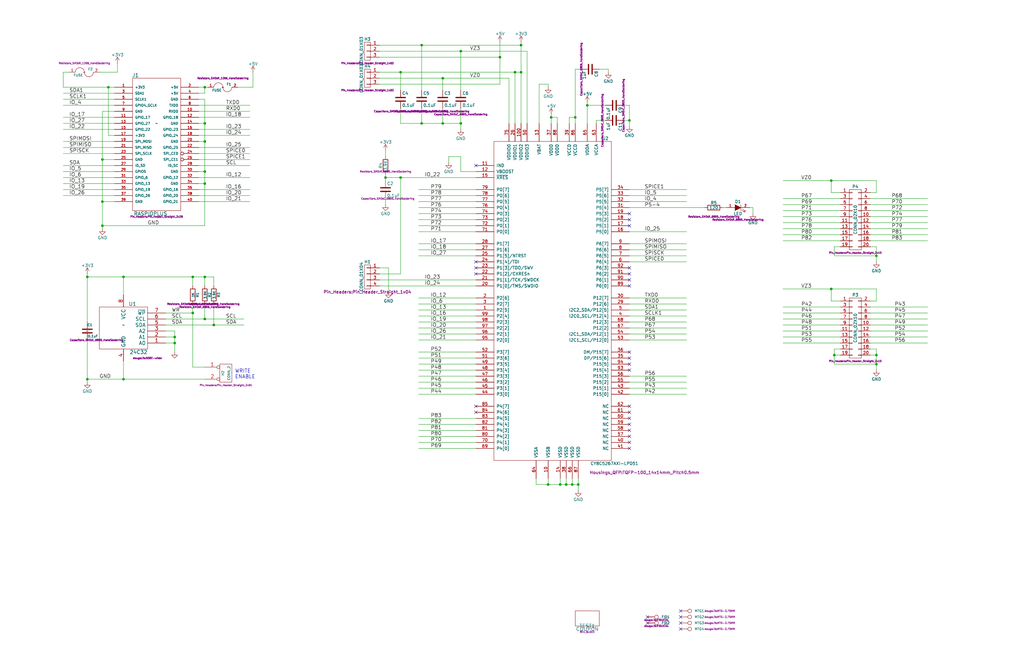
<source format=kicad_sch>
(kicad_sch (version 20211123) (generator eeschema)
  (paper "B")
  (title_block (title "RASPBERRY PI PSOC HAT") (date "2020-01-05") (rev "X2") (company "Land Boards LLC"))
  (junction (at 236.22 204.47))
  (junction (at 86.36 134.62))
  (junction (at 369.57 153.67))
  (junction (at 369.57 149.86))
  (junction (at 162.56 74.93))
  (junction (at 168.91 74.93))
  (junction (at 351.79 149.86))
  (junction (at 242.57 49.53))
  (junction (at 86.36 36.83))
  (junction (at 177.8 19.05))
  (junction (at 219.71 30.48))
  (junction (at 43.18 95.25))
  (junction (at 36.83 116.84))
  (junction (at 369.57 107.95))
  (junction (at 219.71 19.05))
  (junction (at 186.69 52.07))
  (junction (at 81.28 116.84))
  (junction (at 43.18 85.09))
  (junction (at 186.69 33.02))
  (junction (at 194.31 21.59))
  (junction (at 232.41 49.53))
  (junction (at 73.66 144.78))
  (junction (at 86.36 59.69))
  (junction (at 86.36 77.47))
  (junction (at 241.3 204.47))
  (junction (at 86.36 72.39))
  (junction (at 86.36 52.07))
  (junction (at 238.76 204.47))
  (junction (at 45.72 36.83))
  (junction (at 243.84 204.47))
  (junction (at 90.17 137.16))
  (junction (at 36.83 160.02))
  (junction (at 86.36 116.84))
  (junction (at 177.8 52.07))
  (junction (at 81.28 132.08))
  (junction (at 52.07 160.02))
  (junction (at 247.65 44.45))
  (junction (at 73.66 142.24))
  (junction (at 217.17 30.48))
  (junction (at 52.07 116.84))
  (junction (at 265.43 50.8))
  (junction (at 350.52 76.2))
  (junction (at 350.52 121.92))
  (junction (at 168.91 30.48))
  (junction (at 210.82 24.13))
  (junction (at 231.14 204.47))
  (junction (at 194.31 52.07))
  (junction (at 43.18 67.31))
  (no_connect (at 265.43 120.65))
  (no_connect (at 265.43 113.03))
  (no_connect (at 265.43 179.07))
  (no_connect (at 287.02 262.89))
  (no_connect (at 265.43 181.61))
  (no_connect (at 200.66 110.49))
  (no_connect (at 287.02 260.35))
  (no_connect (at 287.02 257.81))
  (no_connect (at 265.43 153.67))
  (no_connect (at 265.43 95.25))
  (no_connect (at 265.43 184.15))
  (no_connect (at 200.66 69.85))
  (no_connect (at 200.66 173.99))
  (no_connect (at 265.43 90.17))
  (no_connect (at 265.43 156.21))
  (no_connect (at 200.66 113.03))
  (no_connect (at 265.43 148.59))
  (no_connect (at 265.43 173.99))
  (no_connect (at 200.66 115.57))
  (no_connect (at 273.05 262.89))
  (no_connect (at 265.43 151.13))
  (no_connect (at 265.43 186.69))
  (no_connect (at 265.43 118.11))
  (no_connect (at 265.43 189.23))
  (no_connect (at 200.66 171.45))
  (no_connect (at 265.43 115.57))
  (no_connect (at 265.43 92.71))
  (no_connect (at 273.05 260.35))
  (no_connect (at 265.43 176.53))
  (no_connect (at 265.43 171.45))
  (no_connect (at 287.02 265.43))
  (wire (pts (xy 36.83 143.51) (xy 36.83 160.02)))
  (wire (pts (xy 83.82 72.39) (xy 86.36 72.39)))
  (wire (pts (xy 369.57 121.92) (xy 350.52 121.92)))
  (wire (pts (xy 247.65 44.45) (xy 247.65 52.07)))
  (wire (pts (xy 252.73 29.21) (xy 256.54 29.21)))
  (wire (pts (xy 83.82 36.83) (xy 86.36 36.83)))
  (wire (pts (xy 236.22 204.47) (xy 238.76 204.47)))
  (wire (pts (xy 265.43 133.35) (xy 289.56 133.35)))
  (wire (pts (xy 255.27 44.45) (xy 247.65 44.45)))
  (wire (pts (xy 242.57 49.53) (xy 242.57 52.07)))
  (wire (pts (xy 105.41 54.61) (xy 83.82 54.61)))
  (wire (pts (xy 43.18 85.09) (xy 43.18 95.25)))
  (wire (pts (xy 176.53 87.63) (xy 200.66 87.63)))
  (wire (pts (xy 219.71 30.48) (xy 219.71 52.07)))
  (wire (pts (xy 176.53 186.69) (xy 200.66 186.69)))
  (wire (pts (xy 354.33 127) (xy 350.52 127)))
  (wire (pts (xy 69.85 139.7) (xy 73.66 139.7)))
  (wire (pts (xy 86.36 116.84) (xy 90.17 116.84)))
  (wire (pts (xy 243.84 204.47) (xy 243.84 207.01)))
  (wire (pts (xy 100.33 36.83) (xy 106.68 36.83)))
  (wire (pts (xy 81.28 154.94) (xy 86.36 154.94)))
  (wire (pts (xy 367.03 99.06) (xy 391.16 99.06)))
  (wire (pts (xy 351.79 153.67) (xy 369.57 153.67)))
  (wire (pts (xy 48.26 82.55) (xy 26.67 82.55)))
  (wire (pts (xy 49.53 30.48) (xy 49.53 26.67)))
  (wire (pts (xy 367.03 86.36) (xy 391.16 86.36)))
  (wire (pts (xy 43.18 67.31) (xy 43.18 85.09)))
  (wire (pts (xy 177.8 19.05) (xy 219.71 19.05)))
  (wire (pts (xy 316.23 87.63) (xy 317.5 87.63)))
  (wire (pts (xy 367.03 142.24) (xy 391.16 142.24)))
  (wire (pts (xy 262.89 44.45) (xy 265.43 44.45)))
  (wire (pts (xy 48.26 44.45) (xy 26.67 44.45)))
  (wire (pts (xy 26.67 36.83) (xy 26.67 30.48)))
  (wire (pts (xy 186.69 33.02) (xy 214.63 33.02)))
  (wire (pts (xy 330.2 99.06) (xy 354.33 99.06)))
  (wire (pts (xy 83.82 52.07) (xy 86.36 52.07)))
  (wire (pts (xy 265.43 44.45) (xy 265.43 50.8)))
  (wire (pts (xy 367.03 147.32) (xy 369.57 147.32)))
  (wire (pts (xy 176.53 143.51) (xy 200.66 143.51)))
  (wire (pts (xy 176.53 163.83) (xy 200.66 163.83)))
  (wire (pts (xy 90.17 128.27) (xy 90.17 137.16)))
  (wire (pts (xy 176.53 153.67) (xy 200.66 153.67)))
  (wire (pts (xy 83.82 39.37) (xy 86.36 39.37)))
  (wire (pts (xy 105.41 44.45) (xy 83.82 44.45)))
  (wire (pts (xy 163.83 113.03) (xy 163.83 123.19)))
  (wire (pts (xy 90.17 137.16) (xy 102.87 137.16)))
  (wire (pts (xy 265.43 82.55) (xy 289.56 82.55)))
  (wire (pts (xy 52.07 160.02) (xy 86.36 160.02)))
  (wire (pts (xy 86.36 41.91) (xy 83.82 41.91)))
  (wire (pts (xy 367.03 139.7) (xy 391.16 139.7)))
  (wire (pts (xy 105.41 85.09) (xy 83.82 85.09)))
  (wire (pts (xy 330.2 86.36) (xy 354.33 86.36)))
  (wire (pts (xy 45.72 57.15) (xy 48.26 57.15)))
  (wire (pts (xy 330.2 134.62) (xy 354.33 134.62)))
  (wire (pts (xy 231.14 204.47) (xy 236.22 204.47)))
  (wire (pts (xy 36.83 116.84) (xy 52.07 116.84)))
  (wire (pts (xy 105.41 49.53) (xy 83.82 49.53)))
  (wire (pts (xy 176.53 166.37) (xy 200.66 166.37)))
  (wire (pts (xy 176.53 189.23) (xy 200.66 189.23)))
  (wire (pts (xy 367.03 104.14) (xy 369.57 104.14)))
  (wire (pts (xy 48.26 69.85) (xy 26.67 69.85)))
  (wire (pts (xy 351.79 149.86) (xy 354.33 149.86)))
  (wire (pts (xy 330.2 83.82) (xy 354.33 83.82)))
  (wire (pts (xy 69.85 144.78) (xy 73.66 144.78)))
  (wire (pts (xy 232.41 49.53) (xy 232.41 52.07)))
  (wire (pts (xy 168.91 45.72) (xy 168.91 52.07)))
  (wire (pts (xy 86.36 95.25) (xy 43.18 95.25)))
  (wire (pts (xy 194.31 52.07) (xy 194.31 54.61)))
  (wire (pts (xy 43.18 67.31) (xy 48.26 67.31)))
  (wire (pts (xy 262.89 50.8) (xy 265.43 50.8)))
  (wire (pts (xy 168.91 115.57) (xy 160.02 115.57)))
  (wire (pts (xy 73.66 142.24) (xy 73.66 144.78)))
  (wire (pts (xy 176.53 151.13) (xy 200.66 151.13)))
  (wire (pts (xy 176.53 138.43) (xy 200.66 138.43)))
  (wire (pts (xy 369.57 149.86) (xy 369.57 153.67)))
  (wire (pts (xy 176.53 135.89) (xy 200.66 135.89)))
  (wire (pts (xy 176.53 125.73) (xy 200.66 125.73)))
  (wire (pts (xy 48.26 59.69) (xy 26.67 59.69)))
  (wire (pts (xy 176.53 158.75) (xy 200.66 158.75)))
  (wire (pts (xy 48.26 80.01) (xy 26.67 80.01)))
  (wire (pts (xy 210.82 17.78) (xy 210.82 24.13)))
  (wire (pts (xy 242.57 29.21) (xy 245.11 29.21)))
  (wire (pts (xy 350.52 81.28) (xy 354.33 81.28)))
  (wire (pts (xy 232.41 48.26) (xy 232.41 49.53)))
  (wire (pts (xy 69.85 132.08) (xy 81.28 132.08)))
  (wire (pts (xy 105.41 64.77) (xy 83.82 64.77)))
  (wire (pts (xy 265.43 128.27) (xy 289.56 128.27)))
  (wire (pts (xy 330.2 129.54) (xy 354.33 129.54)))
  (wire (pts (xy 176.53 161.29) (xy 200.66 161.29)))
  (wire (pts (xy 162.56 73.66) (xy 162.56 74.93)))
  (wire (pts (xy 162.56 66.04) (xy 162.56 63.5)))
  (wire (pts (xy 367.03 137.16) (xy 391.16 137.16)))
  (wire (pts (xy 238.76 201.93) (xy 238.76 204.47)))
  (wire (pts (xy 45.72 36.83) (xy 45.72 57.15)))
  (wire (pts (xy 48.26 49.53) (xy 26.67 49.53)))
  (wire (pts (xy 176.53 176.53) (xy 200.66 176.53)))
  (wire (pts (xy 90.17 116.84) (xy 90.17 120.65)))
  (wire (pts (xy 189.23 66.04) (xy 189.23 68.58)))
  (wire (pts (xy 241.3 204.47) (xy 243.84 204.47)))
  (wire (pts (xy 177.8 45.72) (xy 177.8 52.07)))
  (wire (pts (xy 48.26 64.77) (xy 26.67 64.77)))
  (wire (pts (xy 160.02 118.11) (xy 200.66 118.11)))
  (wire (pts (xy 236.22 204.47) (xy 236.22 201.93)))
  (wire (pts (xy 351.79 107.95) (xy 369.57 107.95)))
  (wire (pts (xy 265.43 143.51) (xy 289.56 143.51)))
  (wire (pts (xy 194.31 45.72) (xy 194.31 52.07)))
  (wire (pts (xy 350.52 127) (xy 350.52 121.92)))
  (wire (pts (xy 186.69 38.1) (xy 186.69 33.02)))
  (wire (pts (xy 81.28 128.27) (xy 81.28 132.08)))
  (wire (pts (xy 73.66 139.7) (xy 73.66 142.24)))
  (wire (pts (xy 69.85 137.16) (xy 90.17 137.16)))
  (wire (pts (xy 241.3 201.93) (xy 241.3 204.47)))
  (wire (pts (xy 160.02 21.59) (xy 194.31 21.59)))
  (wire (pts (xy 219.71 30.48) (xy 217.17 30.48)))
  (wire (pts (xy 369.57 147.32) (xy 369.57 149.86)))
  (wire (pts (xy 176.53 80.01) (xy 200.66 80.01)))
  (wire (pts (xy 330.2 142.24) (xy 354.33 142.24)))
  (wire (pts (xy 48.26 39.37) (xy 26.67 39.37)))
  (wire (pts (xy 317.5 87.63) (xy 317.5 90.17)))
  (wire (pts (xy 265.43 125.73) (xy 289.56 125.73)))
  (wire (pts (xy 367.03 127) (xy 369.57 127)))
  (wire (pts (xy 217.17 30.48) (xy 168.91 30.48)))
  (wire (pts (xy 48.26 62.23) (xy 26.67 62.23)))
  (wire (pts (xy 43.18 95.25) (xy 43.18 96.52)))
  (wire (pts (xy 354.33 147.32) (xy 351.79 147.32)))
  (wire (pts (xy 330.2 96.52) (xy 354.33 96.52)))
  (wire (pts (xy 177.8 38.1) (xy 177.8 19.05)))
  (wire (pts (xy 86.36 72.39) (xy 86.36 77.47)))
  (wire (pts (xy 194.31 72.39) (xy 200.66 72.39)))
  (wire (pts (xy 176.53 140.97) (xy 200.66 140.97)))
  (wire (pts (xy 231.14 35.56) (xy 231.14 36.83)))
  (wire (pts (xy 36.83 116.84) (xy 36.83 135.89)))
  (wire (pts (xy 86.36 116.84) (xy 86.36 120.65)))
  (wire (pts (xy 26.67 30.48) (xy 29.21 30.48)))
  (wire (pts (xy 240.03 49.53) (xy 242.57 49.53)))
  (wire (pts (xy 265.43 50.8) (xy 265.43 53.34)))
  (wire (pts (xy 81.28 116.84) (xy 86.36 116.84)))
  (wire (pts (xy 369.57 127) (xy 369.57 121.92)))
  (wire (pts (xy 176.53 92.71) (xy 200.66 92.71)))
  (wire (pts (xy 176.53 97.79) (xy 200.66 97.79)))
  (wire (pts (xy 200.66 120.65) (xy 160.02 120.65)))
  (wire (pts (xy 330.2 76.2) (xy 350.52 76.2)))
  (wire (pts (xy 105.41 82.55) (xy 83.82 82.55)))
  (wire (pts (xy 369.57 104.14) (xy 369.57 107.95)))
  (wire (pts (xy 168.91 74.93) (xy 168.91 115.57)))
  (wire (pts (xy 160.02 24.13) (xy 210.82 24.13)))
  (wire (pts (xy 52.07 116.84) (xy 81.28 116.84)))
  (wire (pts (xy 217.17 30.48) (xy 217.17 52.07)))
  (wire (pts (xy 168.91 38.1) (xy 168.91 30.48)))
  (wire (pts (xy 176.53 130.81) (xy 200.66 130.81)))
  (wire (pts (xy 168.91 30.48) (xy 160.02 30.48)))
  (wire (pts (xy 351.79 149.86) (xy 351.79 153.67)))
  (wire (pts (xy 367.03 134.62) (xy 391.16 134.62)))
  (wire (pts (xy 227.33 52.07) (xy 227.33 35.56)))
  (wire (pts (xy 86.36 128.27) (xy 86.36 134.62)))
  (wire (pts (xy 227.33 35.56) (xy 231.14 35.56)))
  (wire (pts (xy 304.8 87.63) (xy 306.07 87.63)))
  (wire (pts (xy 48.26 77.47) (xy 26.67 77.47)))
  (wire (pts (xy 210.82 24.13) (xy 210.82 35.56)))
  (wire (pts (xy 350.52 81.28) (xy 350.52 76.2)))
  (wire (pts (xy 265.43 80.01) (xy 289.56 80.01)))
  (wire (pts (xy 251.46 50.8) (xy 255.27 50.8)))
  (wire (pts (xy 45.72 36.83) (xy 48.26 36.83)))
  (wire (pts (xy 210.82 35.56) (xy 160.02 35.56)))
  (wire (pts (xy 83.82 69.85) (xy 105.41 69.85)))
  (wire (pts (xy 234.95 52.07) (xy 234.95 49.53)))
  (wire (pts (xy 86.36 59.69) (xy 86.36 72.39)))
  (wire (pts (xy 367.03 132.08) (xy 391.16 132.08)))
  (wire (pts (xy 86.36 39.37) (xy 86.36 36.83)))
  (wire (pts (xy 52.07 116.84) (xy 52.07 124.46)))
  (wire (pts (xy 367.03 129.54) (xy 391.16 129.54)))
  (wire (pts (xy 86.36 41.91) (xy 86.36 52.07)))
  (wire (pts (xy 350.52 76.2) (xy 369.57 76.2)))
  (wire (pts (xy 367.03 96.52) (xy 391.16 96.52)))
  (wire (pts (xy 194.31 66.04) (xy 189.23 66.04)))
  (wire (pts (xy 265.43 140.97) (xy 289.56 140.97)))
  (wire (pts (xy 86.36 134.62) (xy 102.87 134.62)))
  (wire (pts (xy 48.26 52.07) (xy 26.67 52.07)))
  (wire (pts (xy 265.43 163.83) (xy 289.56 163.83)))
  (wire (pts (xy 69.85 134.62) (xy 86.36 134.62)))
  (wire (pts (xy 176.53 82.55) (xy 200.66 82.55)))
  (wire (pts (xy 234.95 49.53) (xy 232.41 49.53)))
  (wire (pts (xy 289.56 105.41) (xy 265.43 105.41)))
  (wire (pts (xy 160.02 33.02) (xy 186.69 33.02)))
  (wire (pts (xy 176.53 105.41) (xy 200.66 105.41)))
  (wire (pts (xy 231.14 201.93) (xy 231.14 204.47)))
  (wire (pts (xy 265.43 87.63) (xy 297.18 87.63)))
  (wire (pts (xy 105.41 74.93) (xy 83.82 74.93)))
  (wire (pts (xy 367.03 91.44) (xy 391.16 91.44)))
  (wire (pts (xy 160.02 19.05) (xy 177.8 19.05)))
  (wire (pts (xy 86.36 52.07) (xy 86.36 59.69)))
  (wire (pts (xy 247.65 43.18) (xy 247.65 44.45)))
  (wire (pts (xy 86.36 77.47) (xy 86.36 95.25)))
  (wire (pts (xy 265.43 97.79) (xy 289.56 97.79)))
  (wire (pts (xy 265.43 85.09) (xy 289.56 85.09)))
  (wire (pts (xy 106.68 36.83) (xy 106.68 30.48)))
  (wire (pts (xy 369.57 153.67) (xy 369.57 156.21)))
  (wire (pts (xy 369.57 107.95) (xy 369.57 110.49)))
  (wire (pts (xy 41.91 30.48) (xy 49.53 30.48)))
  (wire (pts (xy 36.83 115.57) (xy 36.83 116.84)))
  (wire (pts (xy 81.28 132.08) (xy 81.28 154.94)))
  (wire (pts (xy 219.71 19.05) (xy 219.71 30.48)))
  (wire (pts (xy 330.2 144.78) (xy 354.33 144.78)))
  (wire (pts (xy 52.07 152.4) (xy 52.07 160.02)))
  (wire (pts (xy 243.84 201.93) (xy 243.84 204.47)))
  (wire (pts (xy 251.46 52.07) (xy 251.46 50.8)))
  (wire (pts (xy 226.06 204.47) (xy 231.14 204.47)))
  (wire (pts (xy 226.06 204.47) (xy 226.06 201.93)))
  (wire (pts (xy 105.41 80.01) (xy 83.82 80.01)))
  (wire (pts (xy 330.2 93.98) (xy 354.33 93.98)))
  (wire (pts (xy 367.03 149.86) (xy 369.57 149.86)))
  (wire (pts (xy 48.26 74.93) (xy 26.67 74.93)))
  (wire (pts (xy 105.41 62.23) (xy 83.82 62.23)))
  (wire (pts (xy 194.31 72.39) (xy 194.31 66.04)))
  (wire (pts (xy 176.53 156.21) (xy 200.66 156.21)))
  (wire (pts (xy 186.69 52.07) (xy 194.31 52.07)))
  (wire (pts (xy 176.53 148.59) (xy 200.66 148.59)))
  (wire (pts (xy 48.26 46.99) (xy 43.18 46.99)))
  (wire (pts (xy 240.03 52.07) (xy 240.03 49.53)))
  (wire (pts (xy 48.26 54.61) (xy 26.67 54.61)))
  (wire (pts (xy 367.03 88.9) (xy 391.16 88.9)))
  (wire (pts (xy 176.53 179.07) (xy 200.66 179.07)))
  (wire (pts (xy 160.02 113.03) (xy 163.83 113.03)))
  (wire (pts (xy 214.63 33.02) (xy 214.63 52.07)))
  (wire (pts (xy 105.41 57.15) (xy 83.82 57.15)))
  (wire (pts (xy 105.41 46.99) (xy 83.82 46.99)))
  (wire (pts (xy 162.56 83.82) (xy 162.56 86.36)))
  (wire (pts (xy 162.56 74.93) (xy 168.91 74.93)))
  (wire (pts (xy 265.43 102.87) (xy 289.56 102.87)))
  (wire (pts (xy 369.57 76.2) (xy 369.57 81.28)))
  (wire (pts (xy 194.31 21.59) (xy 222.25 21.59)))
  (wire (pts (xy 186.69 52.07) (xy 186.69 45.72)))
  (wire (pts (xy 176.53 90.17) (xy 200.66 90.17)))
  (wire (pts (xy 222.25 21.59) (xy 222.25 52.07)))
  (wire (pts (xy 176.53 184.15) (xy 200.66 184.15)))
  (wire (pts (xy 265.43 166.37) (xy 289.56 166.37)))
  (wire (pts (xy 176.53 128.27) (xy 200.66 128.27)))
  (wire (pts (xy 330.2 139.7) (xy 354.33 139.7)))
  (wire (pts (xy 81.28 116.84) (xy 81.28 120.65)))
  (wire (pts (xy 176.53 107.95) (xy 200.66 107.95)))
  (wire (pts (xy 265.43 161.29) (xy 289.56 161.29)))
  (wire (pts (xy 289.56 107.95) (xy 265.43 107.95)))
  (wire (pts (xy 367.03 93.98) (xy 391.16 93.98)))
  (wire (pts (xy 69.85 142.24) (xy 73.66 142.24)))
  (wire (pts (xy 36.83 160.02) (xy 36.83 161.29)))
  (wire (pts (xy 168.91 52.07) (xy 177.8 52.07)))
  (wire (pts (xy 176.53 181.61) (xy 200.66 181.61)))
  (wire (pts (xy 86.36 36.83) (xy 87.63 36.83)))
  (wire (pts (xy 330.2 137.16) (xy 354.33 137.16)))
  (wire (pts (xy 176.53 133.35) (xy 200.66 133.35)))
  (wire (pts (xy 168.91 74.93) (xy 200.66 74.93)))
  (wire (pts (xy 369.57 81.28) (xy 367.03 81.28)))
  (wire (pts (xy 242.57 29.21) (xy 242.57 49.53)))
  (wire (pts (xy 105.41 67.31) (xy 83.82 67.31)))
  (wire (pts (xy 48.26 41.91) (xy 26.67 41.91)))
  (wire (pts (xy 176.53 85.09) (xy 200.66 85.09)))
  (wire (pts (xy 351.79 147.32) (xy 351.79 149.86)))
  (wire (pts (xy 265.43 135.89) (xy 289.56 135.89)))
  (wire (pts (xy 367.03 101.6) (xy 391.16 101.6)))
  (wire (pts (xy 48.26 72.39) (xy 26.67 72.39)))
  (wire (pts (xy 48.26 85.09) (xy 43.18 85.09)))
  (wire (pts (xy 238.76 204.47) (xy 241.3 204.47)))
  (wire (pts (xy 83.82 59.69) (xy 86.36 59.69)))
  (wire (pts (xy 367.03 144.78) (xy 391.16 144.78)))
  (wire (pts (xy 265.43 110.49) (xy 289.56 110.49)))
  (wire (pts (xy 176.53 102.87) (xy 200.66 102.87)))
  (wire (pts (xy 83.82 77.47) (xy 86.36 77.47)))
  (wire (pts (xy 330.2 101.6) (xy 354.33 101.6)))
  (wire (pts (xy 350.52 121.92) (xy 330.2 121.92)))
  (wire (pts (xy 265.43 130.81) (xy 289.56 130.81)))
  (wire (pts (xy 351.79 104.14) (xy 351.79 107.95)))
  (wire (pts (xy 36.83 160.02) (xy 52.07 160.02)))
  (wire (pts (xy 351.79 104.14) (xy 354.33 104.14)))
  (wire (pts (xy 330.2 88.9) (xy 354.33 88.9)))
  (wire (pts (xy 176.53 95.25) (xy 200.66 95.25)))
  (wire (pts (xy 177.8 52.07) (xy 186.69 52.07)))
  (wire (pts (xy 43.18 46.99) (xy 43.18 67.31)))
  (wire (pts (xy 330.2 91.44) (xy 354.33 91.44)))
  (wire (pts (xy 265.43 158.75) (xy 289.56 158.75)))
  (wire (pts (xy 256.54 29.21) (xy 256.54 30.48)))
  (wire (pts (xy 194.31 38.1) (xy 194.31 21.59)))
  (wire (pts (xy 26.67 36.83) (xy 45.72 36.83)))
  (wire (pts (xy 162.56 74.93) (xy 162.56 76.2)))
  (wire (pts (xy 265.43 138.43) (xy 289.56 138.43)))
  (wire (pts (xy 367.03 83.82) (xy 391.16 83.82)))
  (wire (pts (xy 73.66 144.78) (xy 73.66 148.59)))
  (wire (pts (xy 330.2 132.08) (xy 354.33 132.08)))
  (wire (pts (xy 219.71 17.78) (xy 219.71 19.05)))
  (text "WRITE\nENABLE" (at 99.06 160.02 0) (effects (font (size 1.524 1.524)) (justify left bottom)))
  (label "P76" (at 337.82 93.98 0) (effects (font (size 1.524 1.524))))
  (label "SPICE0" (at 271.78 110.49 0) (effects (font (size 1.524 1.524))))
  (label "P52" (at 377.19 139.7 0) (effects (font (size 1.524 1.524))))
  (label "SPIMOSI" (at 271.78 102.87 0) (effects (font (size 1.524 1.524))))
  (label "RXD0" (at 271.78 128.27 0) (effects (font (size 1.524 1.524))))
  (label "IO_27" (at 29.21 52.07 0) (effects (font (size 1.524 1.524))))
  (label "P67" (at 337.82 83.82 0) (effects (font (size 1.524 1.524))))
  (label "SCL" (at 95.25 69.85 0) (effects (font (size 1.524 1.524))))
  (label "P42" (at 337.82 129.54 0) (effects (font (size 1.524 1.524))))
  (label "IO_19" (at 181.61 135.89 0) (effects (font (size 1.524 1.524))))
  (label "P56" (at 271.78 158.75 0) (effects (font (size 1.524 1.524))))
  (label "P45" (at 181.61 163.83 0) (effects (font (size 1.524 1.524))))
  (label "P72" (at 375.92 88.9 0) (effects (font (size 1.524 1.524))))
  (label "SPICE0" (at 95.25 64.77 0) (effects (font (size 1.524 1.524))))
  (label "IO_5" (at 29.21 72.39 0) (effects (font (size 1.524 1.524))))
  (label "IO_16" (at 181.61 133.35 0) (effects (font (size 1.524 1.524))))
  (label "P44" (at 181.61 166.37 0) (effects (font (size 1.524 1.524))))
  (label "P54" (at 271.78 140.97 0) (effects (font (size 1.524 1.524))))
  (label "P46" (at 337.82 134.62 0) (effects (font (size 1.524 1.524))))
  (label "P71" (at 337.82 88.9 0) (effects (font (size 1.524 1.524))))
  (label "SCLK1" (at 271.78 133.35 0) (effects (font (size 1.524 1.524))))
  (label "VZ3" (at 337.82 121.92 0) (effects (font (size 1.524 1.524))))
  (label "P81" (at 375.92 99.06 0) (effects (font (size 1.524 1.524))))
  (label "IO_13" (at 29.21 77.47 0) (effects (font (size 1.524 1.524))))
  (label "VZ3" (at 198.12 21.59 0) (effects (font (size 1.524 1.524))))
  (label "P46" (at 181.61 161.29 0) (effects (font (size 1.524 1.524))))
  (label "WR" (at 72.39 132.08 0) (effects (font (size 1.524 1.524))))
  (label "P69" (at 337.82 86.36 0) (effects (font (size 1.524 1.524))))
  (label "P73" (at 337.82 91.44 0) (effects (font (size 1.524 1.524))))
  (label "IO_24" (at 179.07 120.65 0) (effects (font (size 1.524 1.524))))
  (label "IO_23" (at 179.07 118.11 0) (effects (font (size 1.524 1.524))))
  (label "SDA" (at 29.21 69.85 0) (effects (font (size 1.524 1.524))))
  (label "IO_22" (at 29.21 54.61 0) (effects (font (size 1.524 1.524))))
  (label "P44" (at 337.82 132.08 0) (effects (font (size 1.524 1.524))))
  (label "P53" (at 271.78 143.51 0) (effects (font (size 1.524 1.524))))
  (label "P77" (at 181.61 85.09 0) (effects (font (size 1.524 1.524))))
  (label "IO_17" (at 29.21 49.53 0) (effects (font (size 1.524 1.524))))
  (label "IO_6" (at 29.21 74.93 0) (effects (font (size 1.524 1.524))))
  (label "IO_12" (at 95.25 74.93 0) (effects (font (size 1.524 1.524))))
  (label "IO_13" (at 181.61 130.81 0) (effects (font (size 1.524 1.524))))
  (label "SPIMOSI" (at 29.21 59.69 0) (effects (font (size 1.524 1.524))))
  (label "P79" (at 181.61 80.01 0) (effects (font (size 1.524 1.524))))
  (label "SCL" (at 95.25 134.62 0) (effects (font (size 1.524 1.524))))
  (label "GND" (at 62.23 95.25 0) (effects (font (size 1.524 1.524))))
  (label "P79" (at 375.92 96.52 0) (effects (font (size 1.524 1.524))))
  (label "P43" (at 377.19 129.54 0) (effects (font (size 1.524 1.524))))
  (label "SDA1" (at 271.78 130.81 0) (effects (font (size 1.524 1.524))))
  (label "IO_19" (at 29.21 80.01 0) (effects (font (size 1.524 1.524))))
  (label "SPICE1" (at 271.78 80.01 0) (effects (font (size 1.524 1.524))))
  (label "TXD0" (at 95.25 44.45 0) (effects (font (size 1.524 1.524))))
  (label "P71" (at 181.61 97.79 0) (effects (font (size 1.524 1.524))))
  (label "IO_20" (at 95.25 82.55 0) (effects (font (size 1.524 1.524))))
  (label "P72" (at 181.61 95.25 0) (effects (font (size 1.524 1.524))))
  (label "P67" (at 271.78 138.43 0) (effects (font (size 1.524 1.524))))
  (label "P47" (at 377.19 134.62 0) (effects (font (size 1.524 1.524))))
  (label "IO_18" (at 95.25 49.53 0) (effects (font (size 1.524 1.524))))
  (label "P77" (at 375.92 93.98 0) (effects (font (size 1.524 1.524))))
  (label "P68" (at 375.92 83.82 0) (effects (font (size 1.524 1.524))))
  (label "P83" (at 375.92 101.6 0) (effects (font (size 1.524 1.524))))
  (label "P55" (at 337.82 144.78 0) (effects (font (size 1.524 1.524))))
  (label "IO_24" (at 95.25 57.15 0) (effects (font (size 1.524 1.524))))
  (label "P49" (at 377.19 137.16 0) (effects (font (size 1.524 1.524))))
  (label "P42" (at 271.78 166.37 0) (effects (font (size 1.524 1.524))))
  (label "GND" (at 41.91 160.02 0) (effects (font (size 1.524 1.524))))
  (label "SPISCK" (at 29.21 64.77 0) (effects (font (size 1.524 1.524))))
  (label "P47" (at 181.61 158.75 0) (effects (font (size 1.524 1.524))))
  (label "P76" (at 181.61 87.63 0) (effects (font (size 1.524 1.524))))
  (label "IO_4" (at 29.21 44.45 0) (effects (font (size 1.524 1.524))))
  (label "P74" (at 181.61 90.17 0) (effects (font (size 1.524 1.524))))
  (label "SPISCK" (at 271.78 107.95 0) (effects (font (size 1.524 1.524))))
  (label "IO_17" (at 181.61 102.87 0) (effects (font (size 1.524 1.524))))
  (label "SDA" (at 95.25 137.16 0) (effects (font (size 1.524 1.524))))
  (label "IO_20" (at 181.61 138.43 0) (effects (font (size 1.524 1.524))))
  (label "P69" (at 181.61 189.23 0) (effects (font (size 1.524 1.524))))
  (label "P80" (at 337.82 99.06 0) (effects (font (size 1.524 1.524))))
  (label "P56" (at 377.19 144.78 0) (effects (font (size 1.524 1.524))))
  (label "SCLK1" (at 29.21 41.91 0) (effects (font (size 1.524 1.524))))
  (label "IO_22" (at 179.07 74.93 0) (effects (font (size 1.524 1.524))))
  (label "IO_4" (at 271.78 85.09 0) (effects (font (size 1.524 1.524))))
  (label "IO_12" (at 181.61 125.73 0) (effects (font (size 1.524 1.524))))
  (label "SPICE1" (at 95.25 67.31 0) (effects (font (size 1.524 1.524))))
  (label "TXD0" (at 271.78 125.73 0) (effects (font (size 1.524 1.524))))
  (label "P5-4" (at 271.78 87.63 0) (effects (font (size 1.524 1.524))))
  (label "P82" (at 181.61 179.07 0) (effects (font (size 1.524 1.524))))
  (label "P48" (at 337.82 137.16 0) (effects (font (size 1.524 1.524))))
  (label "P53" (at 337.82 142.24 0) (effects (font (size 1.524 1.524))))
  (label "IO_27" (at 181.61 107.95 0) (effects (font (size 1.524 1.524))))
  (label "P81" (at 181.61 181.61 0) (effects (font (size 1.524 1.524))))
  (label "P51" (at 337.82 139.7 0) (effects (font (size 1.524 1.524))))
  (label "SDA1" (at 29.21 39.37 0) (effects (font (size 1.524 1.524))))
  (label "IO_16" (at 95.25 80.01 0) (effects (font (size 1.524 1.524))))
  (label "P70" (at 375.92 86.36 0) (effects (font (size 1.524 1.524))))
  (label "SPIMISO" (at 29.21 62.23 0) (effects (font (size 1.524 1.524))))
  (label "P51" (at 181.61 151.13 0) (effects (font (size 1.524 1.524))))
  (label "P54" (at 377.19 142.24 0) (effects (font (size 1.524 1.524))))
  (label "SPIMISO" (at 271.78 105.41 0) (effects (font (size 1.524 1.524))))
  (label "IO_26" (at 29.21 82.55 0) (effects (font (size 1.524 1.524))))
  (label "IO_25" (at 271.78 97.79 0) (effects (font (size 1.524 1.524))))
  (label "SCL" (at 72.39 134.62 0) (effects (font (size 1.524 1.524))))
  (label "P55" (at 271.78 161.29 0) (effects (font (size 1.524 1.524))))
  (label "RXD0" (at 95.25 46.99 0) (effects (font (size 1.524 1.524))))
  (label "P73" (at 181.61 92.71 0) (effects (font (size 1.524 1.524))))
  (label "P80" (at 181.61 184.15 0) (effects (font (size 1.524 1.524))))
  (label "IO_18" (at 181.61 105.41 0) (effects (font (size 1.524 1.524))))
  (label "IO_23" (at 95.25 54.61 0) (effects (font (size 1.524 1.524))))
  (label "IO_21" (at 95.25 85.09 0) (effects (font (size 1.524 1.524))))
  (label "IO_5" (at 271.78 82.55 0) (effects (font (size 1.524 1.524))))
  (label "IO_26" (at 181.61 140.97 0) (effects (font (size 1.524 1.524))))
  (label "IO_21" (at 181.61 143.51 0) (effects (font (size 1.524 1.524))))
  (label "P45" (at 377.19 132.08 0) (effects (font (size 1.524 1.524))))
  (label "P78" (at 337.82 96.52 0) (effects (font (size 1.524 1.524))))
  (label "P43" (at 271.78 163.83 0) (effects (font (size 1.524 1.524))))
  (label "P83" (at 181.61 176.53 0) (effects (font (size 1.524 1.524))))
  (label "VZ0" (at 198.12 33.02 0) (effects (font (size 1.524 1.524))))
  (label "P70" (at 181.61 186.69 0) (effects (font (size 1.524 1.524))))
  (label "IO_25" (at 95.25 62.23 0) (effects (font (size 1.524 1.524))))
  (label "SDA" (at 72.39 137.16 0) (effects (font (size 1.524 1.524))))
  (label "P48" (at 181.61 156.21 0) (effects (font (size 1.524 1.524))))
  (label "P68" (at 271.78 135.89 0) (effects (font (size 1.524 1.524))))
  (label "P49" (at 181.61 153.67 0) (effects (font (size 1.524 1.524))))
  (label "P52" (at 181.61 148.59 0) (effects (font (size 1.524 1.524))))
  (label "VZ0" (at 337.82 76.2 0) (effects (font (size 1.524 1.524))))
  (label "IO_6" (at 181.61 128.27 0) (effects (font (size 1.524 1.524))))
  (label "P78" (at 181.61 82.55 0) (effects (font (size 1.524 1.524))))
  (label "P74" (at 375.92 91.44 0) (effects (font (size 1.524 1.524))))
  (label "P82" (at 337.82 101.6 0) (effects (font (size 1.524 1.524))))
  (symbol (lib_id "RPPSOC-rescue:FUSE") (at 35.56 30.48 0) (unit 1)
    (property "Reference" "F2" (at 38.1 29.21 0) (effects (font (size 1.016 1.016))))
    (property "Value" "FUSE" (at 33.02 31.75 0) (effects (font (size 1.016 1.016))))
    (property "Footprint" "Resistors_SMD:R_1206_HandSoldering" (at 35.56 26.67 0) (effects (font (size 0.762 0.762))))
    (property "Datasheet" "~" (at 35.56 30.48 0) (effects (font (size 1.524 1.524))))
  )
  (symbol (lib_id "RPPSOC-rescue:COUPON") (at 247.65 264.16 0) (unit 1)
    (property "Reference" "TEST1" (at 247.65 264.16 0) (effects (font (size 1.524 1.524))))
    (property "Value" "COUPON" (at 247.65 265.43 0) (effects (font (size 1.524 1.524))))
    (property "Footprint" "REV_BLOCK" (at 247.65 266.7 0) (effects (font (size 0.762 0.762))))
    (property "Datasheet" "~" (at 247.65 264.16 0) (effects (font (size 1.524 1.524))))
  )
  (symbol (lib_id "RPPSOC-rescue:RASPIOPLUS") (at 66.04 60.96 0) (unit 1)
    (property "Reference" "J1" (at 57.15 31.75 0) (effects (font (size 1.524 1.524))))
    (property "Value" "RASPIOPLUS" (at 63.5 90.17 0) (effects (font (size 1.524 1.524))))
    (property "Footprint" "Pin_Headers:Pin_Header_Straight_2x20" (at 66.04 91.44 0) (effects (font (size 0.762 0.762))))
    (property "Datasheet" "~" (at 66.04 52.07 0) (effects (font (size 1.524 1.524))))
  )
  (symbol (lib_id "RPPSOC-rescue:CONN_1") (at 290.83 265.43 0) (unit 1)
    (property "Reference" "MTG4" (at 292.862 265.43 0) (effects (font (size 1.016 1.016)) (justify left)))
    (property "Value" "CONN_1" (effects hide))
    (property "Footprint" "dougsLib:MTG-2.75MM" (at 303.53 265.43 0) (effects (font (size 0.762 0.762))))
  )
  (symbol (lib_id "RPPSOC-rescue:CONN_1") (at 290.83 262.89 0) (unit 1)
    (property "Reference" "MTG3" (at 292.862 262.89 0) (effects (font (size 1.016 1.016)) (justify left)))
    (property "Value" "CONN_1" (effects hide))
    (property "Footprint" "dougsLib:MTG-2.75MM" (at 303.53 262.89 0) (effects (font (size 0.762 0.762))))
  )
  (symbol (lib_id "RPPSOC-rescue:CONN_1") (at 290.83 260.35 0) (unit 1)
    (property "Reference" "MTG2" (at 292.862 260.35 0) (effects (font (size 1.016 1.016)) (justify left)))
    (property "Value" "CONN_1" (effects hide))
    (property "Footprint" "dougsLib:MTG-2.75MM" (at 303.53 260.35 0) (effects (font (size 0.762 0.762))))
  )
  (symbol (lib_id "RPPSOC-rescue:CONN_1") (at 290.83 257.81 0) (unit 1)
    (property "Reference" "MTG1" (at 292.862 257.81 0) (effects (font (size 1.016 1.016)) (justify left)))
    (property "Value" "CONN_1" (effects hide))
    (property "Footprint" "dougsLib:MTG-2.75MM" (at 303.53 257.81 0) (effects (font (size 0.762 0.762))))
  )
  (symbol (lib_id "Device:R") (at 81.28 124.46 0) (unit 1)
    (property "Reference" "R1" (at 83.312 124.46 90) (effects (font (size 1.016 1.016))))
    (property "Value" "1K" (at 81.4578 124.4346 90) (effects (font (size 1.016 1.016))))
    (property "Footprint" "Resistors_SMD:R_0805_HandSoldering" (at 81.28 128.27 0) (effects (font (size 0.762 0.762))))
    (property "Datasheet" "~" (at 81.28 124.46 0) (effects (font (size 0.762 0.762))))
  )
  (symbol (lib_id "RPPSOC-rescue:24C512") (at 52.07 137.16 0) (unit 1)
    (property "Reference" "U1" (at 55.88 128.27 0) (effects (font (size 1.524 1.524))))
    (property "Value" "24C32" (at 58.42 148.59 0) (effects (font (size 1.524 1.524))))
    (property "Footprint" "dougsLib:SO8E-wider" (at 62.23 151.13 0) (effects (font (size 0.762 0.762))))
    (property "Datasheet" "~" (at 52.07 137.16 0) (effects (font (size 1.524 1.524))))
  )
  (symbol (lib_id "RPPSOC-rescue:FUSE") (at 93.98 36.83 0) (unit 1)
    (property "Reference" "F1" (at 96.52 35.56 0) (effects (font (size 1.016 1.016))))
    (property "Value" "FUSE" (at 91.44 38.1 0) (effects (font (size 1.016 1.016))))
    (property "Footprint" "Resistors_SMD:R_1206_HandSoldering" (at 93.98 33.02 0) (effects (font (size 0.762 0.762))))
    (property "Datasheet" "~" (at 93.98 36.83 0) (effects (font (size 1.524 1.524))))
  )
  (symbol (lib_id "Device:C") (at 36.83 139.7 0) (unit 1)
    (property "Reference" "C1" (at 36.83 137.16 0) (effects (font (size 1.016 1.016)) (justify left)))
    (property "Value" "0.1uF" (at 36.9824 141.859 0) (effects (font (size 1.016 1.016)) (justify left)))
    (property "Footprint" "Capacitors_SMD:C_0805_HandSoldering" (at 40.64 143.51 0) (effects (font (size 0.762 0.762))))
    (property "Datasheet" "~" (at 36.83 139.7 0) (effects (font (size 1.524 1.524))))
  )
  (symbol (lib_id "RPPSOC-rescue:CONN_1") (at 276.86 260.35 0) (unit 1)
    (property "Reference" "FID1" (at 278.892 260.35 0) (effects (font (size 1.016 1.016)) (justify left)))
    (property "Value" "CONN_1" (effects hide))
    (property "Footprint" "dougsLib:FIDUCIAL" (at 276.86 261.62 0) (effects (font (size 0.762 0.762))))
  )
  (symbol (lib_id "RPPSOC-rescue:CONN_1") (at 276.86 262.89 0) (unit 1)
    (property "Reference" "FID2" (at 278.892 262.89 0) (effects (font (size 1.016 1.016)) (justify left)))
    (property "Value" "CONN_1" (effects hide))
    (property "Footprint" "dougsLib:FIDUCIAL" (at 276.86 264.16 0) (effects (font (size 0.762 0.762))))
  )
  (symbol (lib_id "Device:R") (at 86.36 124.46 0) (unit 1)
    (property "Reference" "R2" (at 88.392 124.46 90) (effects (font (size 1.016 1.016))))
    (property "Value" "3.9K" (at 86.5378 124.4346 90) (effects (font (size 1.016 1.016))))
    (property "Footprint" "Resistors_SMD:R_0805_HandSoldering" (at 86.36 129.54 0) (effects (font (size 0.762 0.762))))
    (property "Datasheet" "~" (at 86.36 124.46 0) (effects (font (size 0.762 0.762))))
  )
  (symbol (lib_id "Device:R") (at 90.17 124.46 0) (unit 1)
    (property "Reference" "R3" (at 92.202 124.46 90) (effects (font (size 1.016 1.016))))
    (property "Value" "3.9K" (at 90.3478 124.4346 90) (effects (font (size 1.016 1.016))))
    (property "Footprint" "Resistors_SMD:R_0805_HandSoldering" (at 90.17 128.27 0) (effects (font (size 0.762 0.762))))
    (property "Datasheet" "~" (at 90.17 124.46 0) (effects (font (size 0.762 0.762))))
  )
  (symbol (lib_id "power:GND") (at 73.66 148.59 0) (unit 1)
    (property "Reference" "#PWR01" (effects hide))
    (property "Value" "GND" (effects hide))
  )
  (symbol (lib_id "RPPSOC-rescue:CONN_2") (at 95.25 157.48 0) (unit 1)
    (property "Reference" "H2" (at 93.98 157.48 90) (effects (font (size 1.016 1.016))))
    (property "Value" "CONN_2" (at 96.52 157.48 90) (effects (font (size 1.016 1.016))))
    (property "Footprint" "Pin_Headers:Pin_Header_Straight_2x01" (at 95.25 162.56 0) (effects (font (size 0.762 0.762))))
  )
  (symbol (lib_id "RPPSOC-rescue:CY8C5888AXI-LP096") (at 234.95 127 0) (unit 1)
    (property "Reference" "U2" (at 255.27 58.42 0))
    (property "Value" "CY8C5267AXI-LP051" (at 259.08 195.58 0))
    (property "Footprint" "Housings_QFP:TQFP-100_14x14mm_Pitch0.5mm" (at 271.78 199.39 0))
    (property "Datasheet" "DOCUMENTATION" (effects hide))
  )
  (symbol (lib_id "power:GND") (at 163.83 123.19 0) (unit 1)
    (property "Reference" "#PWR02" (effects hide))
    (property "Value" "GND" (at 163.83 127 0))
  )
  (symbol (lib_id "power:GND") (at 243.84 207.01 0) (unit 1)
    (property "Reference" "#PWR03" (effects hide))
    (property "Value" "GND" (at 243.84 210.82 0))
  )
  (symbol (lib_id "power:+5V") (at 210.82 17.78 0) (unit 1)
    (property "Reference" "#PWR04" (effects hide))
    (property "Value" "+5V" (at 210.82 14.224 0))
  )
  (symbol (lib_id "power:+3.3V") (at 49.53 26.67 0) (unit 1)
    (property "Reference" "#PWR05" (effects hide))
    (property "Value" "+3.3V" (at 49.53 23.114 0))
  )
  (symbol (lib_id "power:+5V") (at 106.68 30.48 0) (unit 1)
    (property "Reference" "#PWR06" (effects hide))
    (property "Value" "+5V" (at 106.68 26.924 0))
  )
  (symbol (lib_id "power:+3.3V") (at 219.71 17.78 0) (unit 1)
    (property "Reference" "#PWR08" (effects hide))
    (property "Value" "+3.3V" (at 219.71 14.224 0))
  )
  (symbol (lib_id "RPPSOC-rescue:CONN_01X03") (at 154.94 33.02 0) (mirror y) (unit 1)
    (property "Reference" "H4" (at 154.94 27.94 0))
    (property "Value" "CONN_01X03" (at 152.4 33.02 90))
    (property "Footprint" "Pin_Headers:Pin_Header_Straight_1x03" (at 154.94 38.1 0) (effects (font (size 0.762 0.762))))
  )
  (symbol (lib_id "power:+5V") (at 232.41 48.26 0) (unit 1)
    (property "Reference" "#PWR09" (effects hide))
    (property "Value" "+5V" (at 232.41 44.704 0))
  )
  (symbol (lib_id "power:GND") (at 256.54 30.48 0) (unit 1)
    (property "Reference" "#PWR010" (effects hide))
    (property "Value" "GND" (at 256.54 34.29 0))
  )
  (symbol (lib_id "power:GND") (at 189.23 68.58 0) (unit 1)
    (property "Reference" "#PWR019" (effects hide))
    (property "Value" "GND" (at 189.23 72.39 0))
  )
  (symbol (lib_id "RPPSOC-rescue:CONN_02X10") (at 360.68 138.43 0) (unit 1)
    (property "Reference" "P3" (at 360.68 124.46 0))
    (property "Value" "CONN_02X10" (at 360.68 138.43 90))
    (property "Footprint" "Pin_Headers:Pin_Header_Straight_2x10" (at 360.68 152.4 0) (effects (font (size 0.762 0.762))))
  )
  (symbol (lib_id "power:GND") (at 369.57 156.21 0) (unit 1)
    (property "Reference" "#PWR012" (effects hide))
    (property "Value" "GND" (at 369.57 160.02 0))
  )
  (symbol (lib_id "RPPSOC-rescue:CONN_01X03") (at 154.94 21.59 0) (mirror y) (unit 1)
    (property "Reference" "H3" (at 154.94 16.51 0))
    (property "Value" "CONN_01X03" (at 152.4 21.59 90))
    (property "Footprint" "Pin_Headers:Pin_Header_Straight_1x03" (at 154.94 26.67 0) (effects (font (size 0.762 0.762))))
  )
  (symbol (lib_id "RPPSOC-rescue:CONN_02X10") (at 360.68 92.71 0) (unit 1)
    (property "Reference" "P4" (at 360.68 78.74 0))
    (property "Value" "CONN_02X10" (at 360.68 92.71 90))
    (property "Footprint" "Pin_Headers:Pin_Header_Straight_2x10" (at 360.68 106.68 0) (effects (font (size 0.762 0.762))))
  )
  (symbol (lib_id "power:GND") (at 369.57 110.49 0) (unit 1)
    (property "Reference" "#PWR013" (effects hide))
    (property "Value" "GND" (at 369.57 114.3 0))
  )
  (symbol (lib_id "Device:C") (at 259.08 44.45 270) (unit 1)
    (property "Reference" "C9" (at 261.62 45.085 0) (effects (justify left)))
    (property "Value" "0.1uF" (at 256.54 45.085 0) (effects (justify left)))
    (property "Footprint" "Capacitors_SMD:C_0805_HandSoldering" (at 262.89 44.45 0) (effects (font (size 0.762 0.762))))
  )
  (symbol (lib_id "Device:C") (at 248.92 29.21 270) (unit 1)
    (property "Reference" "C8" (at 251.46 29.845 0) (effects (justify left)))
    (property "Value" "1uF" (at 246.38 29.845 0) (effects (justify left)))
    (property "Footprint" "Capacitors_SMD:C_0805_HandSoldering" (at 245.11 29.21 0) (effects (font (size 0.762 0.762))))
  )
  (symbol (lib_id "Device:C") (at 259.08 50.8 270) (unit 1)
    (property "Reference" "C11" (at 261.62 51.435 0) (effects (justify left)))
    (property "Value" "1uF" (at 256.54 51.435 0) (effects (justify left)))
    (property "Footprint" "Capacitors_SMD:C_0805_HandSoldering" (at 254 50.8 0) (effects (font (size 0.762 0.762))))
  )
  (symbol (lib_id "power:+3.3V") (at 36.83 115.57 0) (unit 1)
    (property "Reference" "#PWR011" (effects hide))
    (property "Value" "+3.3V" (at 36.83 112.014 0))
  )
  (symbol (lib_id "Device:C") (at 177.8 41.91 0) (unit 1)
    (property "Reference" "C5" (at 178.435 39.37 0) (effects (justify left)))
    (property "Value" "0.1uF" (at 178.435 44.45 0) (effects (justify left)))
    (property "Footprint" "Capacitors_SMD:C_0805_HandSoldering" (at 177.8 46.99 0) (effects (font (size 0.762 0.762))))
  )
  (symbol (lib_id "Device:C") (at 168.91 41.91 0) (unit 1)
    (property "Reference" "C4" (at 169.545 39.37 0) (effects (justify left)))
    (property "Value" "0.1uF" (at 169.545 44.45 0) (effects (justify left)))
    (property "Footprint" "Capacitors_SMD:C_0805_HandSoldering" (at 168.91 46.99 0) (effects (font (size 0.762 0.762))))
  )
  (symbol (lib_id "power:GND") (at 265.43 53.34 0) (unit 1)
    (property "Reference" "#PWR020" (effects hide))
    (property "Value" "GND" (at 265.43 57.15 0))
  )
  (symbol (lib_id "power:GND") (at 194.31 54.61 0) (unit 1)
    (property "Reference" "#PWR014" (effects hide))
    (property "Value" "GND" (at 194.31 58.42 0))
  )
  (symbol (lib_id "power:GND") (at 43.18 96.52 0) (unit 1)
    (property "Reference" "#PWR021" (effects hide))
    (property "Value" "GND" (at 43.18 100.33 0))
  )
  (symbol (lib_id "power:GND") (at 231.14 36.83 0) (unit 1)
    (property "Reference" "#PWR015" (effects hide))
    (property "Value" "GND" (at 231.14 40.64 0))
  )
  (symbol (lib_id "power:GND") (at 36.83 161.29 0) (unit 1)
    (property "Reference" "#PWR022" (effects hide))
    (property "Value" "GND" (at 36.83 165.1 0))
  )
  (symbol (lib_id "Device:R") (at 162.56 69.85 180) (unit 1)
    (property "Reference" "R4" (at 160.528 69.85 90))
    (property "Value" "3.9K" (at 162.56 69.85 90))
    (property "Footprint" "Resistors_SMD:R_0805_HandSoldering" (at 162.56 72.39 0) (effects (font (size 0.762 0.762))))
  )
  (symbol (lib_id "power:+3.3V") (at 162.56 63.5 0) (unit 1)
    (property "Reference" "#PWR016" (effects hide))
    (property "Value" "+3.3V" (at 162.56 59.944 0))
  )
  (symbol (lib_id "Device:C") (at 162.56 80.01 0) (unit 1)
    (property "Reference" "C2" (at 163.195 77.47 0) (effects (justify left)))
    (property "Value" "0.1uF" (at 163.195 82.55 0) (effects (justify left)))
    (property "Footprint" "Capacitors_SMD:C_0805_HandSoldering" (at 163.5252 83.82 0) (effects (font (size 0.762 0.762))))
  )
  (symbol (lib_id "power:GND") (at 162.56 86.36 0) (unit 1)
    (property "Reference" "#PWR017" (effects hide))
    (property "Value" "GND" (at 162.56 90.17 0))
  )
  (symbol (lib_id "Device:C") (at 186.69 41.91 0) (unit 1)
    (property "Reference" "C3" (at 187.325 39.37 0) (effects (justify left)))
    (property "Value" "0.1uF" (at 187.325 44.45 0) (effects (justify left)))
    (property "Footprint" "Capacitors_SMD:C_0805_HandSoldering" (at 186.69 46.99 0) (effects (font (size 0.762 0.762))))
  )
  (symbol (lib_id "Device:C") (at 194.31 41.91 0) (unit 1)
    (property "Reference" "C6" (at 194.945 39.37 0) (effects (justify left)))
    (property "Value" "0.1uF" (at 194.945 44.45 0) (effects (justify left)))
    (property "Footprint" "Capacitors_SMD:C_0805_HandSoldering" (at 194.31 48.26 0) (effects (font (size 0.762 0.762))))
  )
  (symbol (lib_id "Device:R") (at 300.99 87.63 90) (unit 1)
    (property "Reference" "R5" (at 300.99 85.598 90))
    (property "Value" "120" (at 300.99 87.63 90))
    (property "Footprint" "Resistors_SMD:R_0805_HandSoldering" (at 300.99 91.44 90) (effects (font (size 0.762 0.762))))
  )
  (symbol (lib_id "RPPSOC-rescue:LED-RESCUE-RPPSOC") (at 311.15 87.63 0) (unit 1)
    (property "Reference" "D1" (at 311.15 85.09 0))
    (property "Value" "LED" (at 311.15 90.17 0))
    (property "Footprint" "Resistors_SMD:R_0805_HandSoldering" (at 311.15 92.71 0) (effects (font (size 0.762 0.762))))
  )
  (symbol (lib_id "power:GND") (at 317.5 90.17 0) (unit 1)
    (property "Reference" "#PWR018" (effects hide))
    (property "Value" "GND" (at 317.5 93.98 0))
  )
  (symbol (lib_id "power:+5V") (at 247.65 43.18 0) (unit 1)
    (property "Reference" "#PWR023" (effects hide))
    (property "Value" "+5V" (at 247.65 39.624 0))
  )
  (symbol (lib_id "RPPSOC-rescue:CONN_01X04") (at 154.94 116.84 0) (mirror y) (unit 1)
    (property "Reference" "H1" (at 154.94 110.49 0))
    (property "Value" "CONN_01X04" (at 152.4 116.84 90))
    (property "Footprint" "Pin_Headers:Pin_Header_Straight_1x04" (at 154.94 123.19 0))
  )
)
</source>
